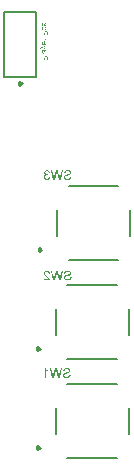
<source format=gbo>
G04*
G04 #@! TF.GenerationSoftware,Altium Limited,Altium Designer,23.2.1 (34)*
G04*
G04 Layer_Color=32896*
%FSLAX25Y25*%
%MOIN*%
G70*
G04*
G04 #@! TF.SameCoordinates,08813931-105C-4D26-8E83-7783437ACDD9*
G04*
G04*
G04 #@! TF.FilePolarity,Positive*
G04*
G01*
G75*
%ADD10C,0.00984*%
%ADD15C,0.00787*%
G36*
X20590Y178103D02*
X20715Y178080D01*
X20821Y178043D01*
X20914Y178006D01*
X20955Y177983D01*
X20988Y177964D01*
X21020Y177946D01*
X21043Y177928D01*
X21062Y177914D01*
X21076Y177904D01*
X21085Y177900D01*
X21089Y177895D01*
X21177Y177807D01*
X21247Y177710D01*
X21302Y177609D01*
X21348Y177507D01*
X21376Y177419D01*
X21390Y177382D01*
X21399Y177350D01*
X21404Y177322D01*
X21408Y177304D01*
X21413Y177290D01*
Y177285D01*
X21020Y177216D01*
X21002Y177318D01*
X20974Y177406D01*
X20942Y177479D01*
X20909Y177540D01*
X20877Y177586D01*
X20849Y177618D01*
X20831Y177641D01*
X20826Y177646D01*
X20766Y177692D01*
X20701Y177729D01*
X20641Y177752D01*
X20581Y177770D01*
X20526Y177780D01*
X20484Y177789D01*
X20447D01*
X20364Y177784D01*
X20290Y177766D01*
X20225Y177743D01*
X20170Y177720D01*
X20128Y177692D01*
X20096Y177669D01*
X20073Y177650D01*
X20068Y177646D01*
X20018Y177590D01*
X19981Y177530D01*
X19958Y177470D01*
X19939Y177415D01*
X19930Y177364D01*
X19920Y177327D01*
Y177299D01*
Y177295D01*
Y177290D01*
Y177239D01*
X19930Y177193D01*
X19953Y177114D01*
X19985Y177045D01*
X20022Y176985D01*
X20059Y176944D01*
X20091Y176911D01*
X20115Y176893D01*
X20119Y176888D01*
X20124D01*
X20202Y176847D01*
X20276Y176814D01*
X20355Y176791D01*
X20424Y176777D01*
X20484Y176768D01*
X20535Y176759D01*
X20595D01*
X20614Y176763D01*
X20637D01*
X20683Y176417D01*
X20623Y176431D01*
X20567Y176440D01*
X20521Y176449D01*
X20480Y176454D01*
X20447Y176458D01*
X20406D01*
X20309Y176449D01*
X20221Y176431D01*
X20142Y176403D01*
X20078Y176371D01*
X20027Y176338D01*
X19990Y176311D01*
X19967Y176292D01*
X19958Y176283D01*
X19897Y176214D01*
X19851Y176140D01*
X19819Y176066D01*
X19800Y175992D01*
X19787Y175932D01*
X19782Y175881D01*
X19777Y175862D01*
Y175849D01*
Y175839D01*
Y175835D01*
X19787Y175733D01*
X19810Y175641D01*
X19837Y175562D01*
X19874Y175493D01*
X19911Y175437D01*
X19939Y175396D01*
X19962Y175368D01*
X19971Y175359D01*
X20045Y175294D01*
X20124Y175248D01*
X20202Y175216D01*
X20276Y175192D01*
X20341Y175179D01*
X20392Y175174D01*
X20410Y175169D01*
X20438D01*
X20521Y175174D01*
X20600Y175192D01*
X20669Y175216D01*
X20724Y175243D01*
X20771Y175267D01*
X20808Y175290D01*
X20826Y175308D01*
X20835Y175313D01*
X20891Y175377D01*
X20937Y175451D01*
X20978Y175530D01*
X21011Y175613D01*
X21034Y175682D01*
X21043Y175715D01*
X21048Y175742D01*
X21052Y175765D01*
X21057Y175784D01*
X21062Y175793D01*
Y175798D01*
X21454Y175747D01*
X21445Y175673D01*
X21431Y175604D01*
X21390Y175474D01*
X21339Y175364D01*
X21311Y175317D01*
X21283Y175271D01*
X21256Y175230D01*
X21228Y175197D01*
X21205Y175165D01*
X21182Y175142D01*
X21168Y175123D01*
X21154Y175109D01*
X21145Y175100D01*
X21140Y175095D01*
X21085Y175054D01*
X21029Y175012D01*
X20974Y174980D01*
X20914Y174952D01*
X20798Y174906D01*
X20687Y174878D01*
X20637Y174869D01*
X20590Y174860D01*
X20549Y174855D01*
X20512Y174851D01*
X20484Y174846D01*
X20443D01*
X20355Y174851D01*
X20276Y174860D01*
X20198Y174874D01*
X20124Y174892D01*
X20054Y174915D01*
X19995Y174938D01*
X19934Y174966D01*
X19884Y174994D01*
X19833Y175017D01*
X19791Y175045D01*
X19754Y175068D01*
X19726Y175091D01*
X19703Y175109D01*
X19685Y175123D01*
X19676Y175133D01*
X19671Y175137D01*
X19616Y175192D01*
X19569Y175253D01*
X19528Y175313D01*
X19491Y175373D01*
X19463Y175428D01*
X19435Y175488D01*
X19399Y175599D01*
X19389Y175650D01*
X19380Y175696D01*
X19371Y175738D01*
X19366Y175775D01*
X19362Y175802D01*
Y175826D01*
Y175839D01*
Y175844D01*
X19366Y175955D01*
X19385Y176057D01*
X19412Y176144D01*
X19440Y176218D01*
X19468Y176278D01*
X19496Y176324D01*
X19514Y176352D01*
X19519Y176361D01*
X19583Y176431D01*
X19653Y176491D01*
X19726Y176537D01*
X19800Y176574D01*
X19865Y176602D01*
X19916Y176620D01*
X19934Y176625D01*
X19948Y176629D01*
X19958Y176634D01*
X19962D01*
X19884Y176676D01*
X19819Y176717D01*
X19763Y176763D01*
X19717Y176805D01*
X19680Y176842D01*
X19653Y176874D01*
X19639Y176893D01*
X19634Y176902D01*
X19597Y176967D01*
X19569Y177031D01*
X19546Y177096D01*
X19533Y177156D01*
X19523Y177207D01*
X19519Y177244D01*
Y177271D01*
Y177281D01*
X19523Y177359D01*
X19537Y177438D01*
X19556Y177507D01*
X19579Y177567D01*
X19602Y177618D01*
X19620Y177660D01*
X19634Y177683D01*
X19639Y177692D01*
X19685Y177761D01*
X19740Y177821D01*
X19796Y177872D01*
X19851Y177918D01*
X19897Y177951D01*
X19939Y177978D01*
X19967Y177992D01*
X19971Y177997D01*
X19976D01*
X20059Y178034D01*
X20142Y178062D01*
X20225Y178085D01*
X20299Y178098D01*
X20359Y178108D01*
X20410Y178112D01*
X20526D01*
X20590Y178103D01*
D02*
G37*
G36*
X24975Y174901D02*
X24531D01*
X23857Y177336D01*
X23838Y177396D01*
X23824Y177461D01*
X23806Y177526D01*
X23792Y177581D01*
X23778Y177632D01*
X23769Y177673D01*
X23764Y177701D01*
X23760Y177706D01*
Y177710D01*
X23755Y177697D01*
X23751Y177673D01*
X23737Y177623D01*
X23718Y177563D01*
X23700Y177498D01*
X23686Y177438D01*
X23672Y177387D01*
X23667Y177364D01*
X23663Y177350D01*
X23658Y177341D01*
Y177336D01*
X22988Y174901D01*
X22572D01*
X21695Y178098D01*
X22124D01*
X22623Y176043D01*
X22660Y175899D01*
X22688Y175770D01*
X22716Y175650D01*
X22739Y175548D01*
X22753Y175502D01*
X22757Y175461D01*
X22767Y175428D01*
X22771Y175400D01*
X22780Y175377D01*
Y175359D01*
X22785Y175350D01*
Y175345D01*
X22817Y175548D01*
X22859Y175747D01*
X22900Y175936D01*
X22919Y176024D01*
X22942Y176112D01*
X22961Y176190D01*
X22979Y176260D01*
X22998Y176320D01*
X23011Y176375D01*
X23021Y176417D01*
X23030Y176449D01*
X23039Y176472D01*
Y176477D01*
X23492Y178098D01*
X24005D01*
X24610Y175936D01*
X24614Y175918D01*
X24624Y175890D01*
X24633Y175853D01*
X24642Y175812D01*
X24656Y175765D01*
X24665Y175715D01*
X24693Y175613D01*
X24716Y175511D01*
X24730Y175465D01*
X24739Y175428D01*
X24744Y175391D01*
X24753Y175368D01*
X24758Y175350D01*
Y175345D01*
X24781Y175465D01*
X24804Y175585D01*
X24827Y175696D01*
X24850Y175793D01*
X24859Y175839D01*
X24869Y175881D01*
X24878Y175913D01*
X24882Y175946D01*
X24887Y175969D01*
X24892Y175987D01*
X24896Y175996D01*
Y176001D01*
X25372Y178098D01*
X25811D01*
X24975Y174901D01*
D02*
G37*
G36*
X27516Y178149D02*
X27622Y178136D01*
X27724Y178117D01*
X27812Y178098D01*
X27881Y178080D01*
X27913Y178071D01*
X27936Y178062D01*
X27955Y178052D01*
X27969Y178048D01*
X27978Y178043D01*
X27982D01*
X28075Y177997D01*
X28158Y177946D01*
X28227Y177891D01*
X28283Y177840D01*
X28324Y177794D01*
X28357Y177757D01*
X28380Y177729D01*
X28384Y177724D01*
Y177720D01*
X28431Y177641D01*
X28463Y177563D01*
X28486Y177484D01*
X28500Y177415D01*
X28509Y177355D01*
X28518Y177308D01*
Y177290D01*
Y177276D01*
Y177271D01*
Y177267D01*
X28514Y177188D01*
X28500Y177114D01*
X28481Y177045D01*
X28463Y176985D01*
X28444Y176939D01*
X28426Y176902D01*
X28412Y176879D01*
X28407Y176870D01*
X28361Y176805D01*
X28306Y176745D01*
X28250Y176694D01*
X28195Y176653D01*
X28149Y176616D01*
X28107Y176592D01*
X28080Y176574D01*
X28075Y176569D01*
X28070D01*
X28033Y176551D01*
X27992Y176532D01*
X27899Y176500D01*
X27793Y176468D01*
X27691Y176435D01*
X27599Y176408D01*
X27557Y176398D01*
X27520Y176389D01*
X27493Y176380D01*
X27470Y176375D01*
X27456Y176371D01*
X27451D01*
X27373Y176352D01*
X27299Y176334D01*
X27234Y176315D01*
X27179Y176301D01*
X27123Y176287D01*
X27077Y176274D01*
X27035Y176264D01*
X27003Y176251D01*
X26971Y176241D01*
X26948Y176237D01*
X26911Y176223D01*
X26888Y176218D01*
X26883Y176214D01*
X26814Y176186D01*
X26754Y176154D01*
X26703Y176121D01*
X26666Y176093D01*
X26633Y176066D01*
X26615Y176047D01*
X26601Y176033D01*
X26596Y176029D01*
X26564Y175987D01*
X26541Y175941D01*
X26527Y175895D01*
X26513Y175858D01*
X26509Y175821D01*
X26504Y175793D01*
Y175770D01*
Y175765D01*
X26509Y175710D01*
X26518Y175659D01*
X26532Y175613D01*
X26550Y175576D01*
X26569Y175539D01*
X26583Y175516D01*
X26592Y175497D01*
X26596Y175493D01*
X26633Y175447D01*
X26680Y175410D01*
X26726Y175377D01*
X26767Y175345D01*
X26809Y175327D01*
X26841Y175308D01*
X26864Y175299D01*
X26874Y175294D01*
X26943Y175271D01*
X27017Y175253D01*
X27091Y175243D01*
X27156Y175234D01*
X27211Y175230D01*
X27257Y175225D01*
X27299D01*
X27400Y175230D01*
X27493Y175239D01*
X27576Y175253D01*
X27650Y175271D01*
X27710Y175290D01*
X27756Y175303D01*
X27770Y175308D01*
X27784Y175313D01*
X27788Y175317D01*
X27793D01*
X27867Y175354D01*
X27936Y175396D01*
X27987Y175437D01*
X28033Y175479D01*
X28070Y175511D01*
X28093Y175544D01*
X28107Y175562D01*
X28112Y175567D01*
X28144Y175627D01*
X28177Y175691D01*
X28195Y175761D01*
X28213Y175821D01*
X28227Y175881D01*
X28236Y175923D01*
Y175941D01*
X28241Y175955D01*
Y175960D01*
Y175964D01*
X28638Y175927D01*
X28629Y175812D01*
X28611Y175701D01*
X28583Y175604D01*
X28551Y175516D01*
X28518Y175447D01*
X28504Y175419D01*
X28495Y175396D01*
X28481Y175377D01*
X28477Y175364D01*
X28468Y175354D01*
Y175350D01*
X28398Y175262D01*
X28324Y175183D01*
X28246Y175119D01*
X28172Y175063D01*
X28107Y175022D01*
X28052Y174994D01*
X28033Y174985D01*
X28019Y174975D01*
X28010Y174971D01*
X28005D01*
X27890Y174929D01*
X27770Y174897D01*
X27650Y174878D01*
X27534Y174860D01*
X27479Y174855D01*
X27433Y174851D01*
X27391D01*
X27354Y174846D01*
X27280D01*
X27156Y174851D01*
X27040Y174864D01*
X26934Y174888D01*
X26846Y174911D01*
X26772Y174929D01*
X26740Y174943D01*
X26712Y174952D01*
X26693Y174961D01*
X26680Y174966D01*
X26670Y174971D01*
X26666D01*
X26569Y175022D01*
X26486Y175077D01*
X26412Y175137D01*
X26352Y175192D01*
X26305Y175239D01*
X26273Y175280D01*
X26250Y175308D01*
X26245Y175313D01*
Y175317D01*
X26195Y175405D01*
X26158Y175488D01*
X26134Y175567D01*
X26116Y175641D01*
X26107Y175705D01*
X26098Y175756D01*
Y175775D01*
Y175788D01*
Y175793D01*
Y175798D01*
X26102Y175890D01*
X26116Y175978D01*
X26139Y176057D01*
X26162Y176121D01*
X26190Y176177D01*
X26208Y176218D01*
X26227Y176241D01*
X26232Y176251D01*
X26287Y176320D01*
X26352Y176384D01*
X26421Y176440D01*
X26490Y176491D01*
X26550Y176528D01*
X26601Y176555D01*
X26619Y176565D01*
X26633Y176574D01*
X26643Y176578D01*
X26647D01*
X26684Y176597D01*
X26730Y176611D01*
X26781Y176629D01*
X26837Y176648D01*
X26952Y176680D01*
X27072Y176713D01*
X27128Y176726D01*
X27179Y176740D01*
X27229Y176754D01*
X27271Y176763D01*
X27303Y176773D01*
X27331Y176777D01*
X27349Y176782D01*
X27354D01*
X27446Y176805D01*
X27530Y176823D01*
X27604Y176847D01*
X27668Y176865D01*
X27728Y176888D01*
X27779Y176907D01*
X27825Y176925D01*
X27867Y176939D01*
X27899Y176957D01*
X27927Y176971D01*
X27946Y176980D01*
X27964Y176994D01*
X27987Y177008D01*
X27992Y177013D01*
X28033Y177059D01*
X28061Y177105D01*
X28084Y177151D01*
X28098Y177198D01*
X28107Y177235D01*
X28112Y177267D01*
Y177285D01*
Y177295D01*
X28103Y177369D01*
X28084Y177433D01*
X28056Y177489D01*
X28024Y177540D01*
X27996Y177576D01*
X27969Y177609D01*
X27950Y177627D01*
X27941Y177632D01*
X27904Y177655D01*
X27867Y177678D01*
X27779Y177715D01*
X27687Y177738D01*
X27594Y177757D01*
X27511Y177766D01*
X27474Y177770D01*
X27446Y177775D01*
X27382D01*
X27253Y177770D01*
X27137Y177752D01*
X27045Y177724D01*
X26966Y177697D01*
X26906Y177669D01*
X26860Y177641D01*
X26837Y177623D01*
X26827Y177618D01*
X26763Y177553D01*
X26712Y177484D01*
X26670Y177410D01*
X26643Y177336D01*
X26624Y177267D01*
X26610Y177216D01*
X26606Y177193D01*
X26601Y177179D01*
Y177170D01*
Y177165D01*
X26195Y177198D01*
X26204Y177299D01*
X26227Y177392D01*
X26250Y177479D01*
X26282Y177553D01*
X26310Y177613D01*
X26333Y177660D01*
X26342Y177673D01*
X26352Y177687D01*
X26356Y177692D01*
Y177697D01*
X26416Y177775D01*
X26481Y177844D01*
X26550Y177904D01*
X26619Y177951D01*
X26680Y177992D01*
X26726Y178015D01*
X26744Y178025D01*
X26758Y178034D01*
X26767Y178039D01*
X26772D01*
X26874Y178075D01*
X26985Y178103D01*
X27086Y178126D01*
X27183Y178140D01*
X27271Y178149D01*
X27303D01*
X27336Y178154D01*
X27396D01*
X27516Y178149D01*
D02*
G37*
G36*
X20468Y144608D02*
X20547Y144603D01*
X20620Y144589D01*
X20690Y144575D01*
X20754Y144557D01*
X20814Y144538D01*
X20870Y144515D01*
X20921Y144492D01*
X20967Y144469D01*
X21004Y144446D01*
X21036Y144428D01*
X21064Y144409D01*
X21087Y144395D01*
X21101Y144381D01*
X21110Y144377D01*
X21115Y144372D01*
X21161Y144326D01*
X21203Y144275D01*
X21244Y144220D01*
X21276Y144164D01*
X21332Y144053D01*
X21369Y143942D01*
X21383Y143892D01*
X21397Y143841D01*
X21406Y143799D01*
X21415Y143762D01*
X21420Y143730D01*
Y143707D01*
X21424Y143693D01*
Y143688D01*
X21022Y143647D01*
X21013Y143753D01*
X20995Y143845D01*
X20967Y143929D01*
X20935Y143993D01*
X20907Y144049D01*
X20879Y144086D01*
X20861Y144109D01*
X20852Y144118D01*
X20782Y144174D01*
X20708Y144215D01*
X20630Y144247D01*
X20560Y144266D01*
X20496Y144280D01*
X20440Y144284D01*
X20422Y144289D01*
X20394D01*
X20297Y144284D01*
X20209Y144266D01*
X20135Y144238D01*
X20071Y144210D01*
X20020Y144178D01*
X19987Y144155D01*
X19964Y144137D01*
X19955Y144127D01*
X19900Y144063D01*
X19858Y143998D01*
X19826Y143933D01*
X19807Y143869D01*
X19794Y143818D01*
X19789Y143772D01*
X19784Y143744D01*
Y143739D01*
Y143735D01*
X19794Y143651D01*
X19812Y143564D01*
X19844Y143485D01*
X19877Y143411D01*
X19914Y143351D01*
X19946Y143300D01*
X19955Y143282D01*
X19964Y143268D01*
X19974Y143263D01*
Y143259D01*
X20011Y143208D01*
X20057Y143157D01*
X20108Y143102D01*
X20163Y143046D01*
X20279Y142935D01*
X20394Y142824D01*
X20454Y142774D01*
X20505Y142727D01*
X20556Y142686D01*
X20597Y142649D01*
X20630Y142621D01*
X20657Y142598D01*
X20676Y142584D01*
X20681Y142580D01*
X20796Y142483D01*
X20902Y142390D01*
X20990Y142307D01*
X21059Y142238D01*
X21119Y142178D01*
X21161Y142136D01*
X21184Y142108D01*
X21193Y142104D01*
Y142099D01*
X21258Y142021D01*
X21309Y141947D01*
X21355Y141873D01*
X21392Y141808D01*
X21420Y141753D01*
X21438Y141711D01*
X21448Y141683D01*
X21452Y141679D01*
Y141674D01*
X21471Y141623D01*
X21480Y141577D01*
X21489Y141531D01*
X21494Y141489D01*
X21498Y141452D01*
Y141425D01*
Y141406D01*
Y141402D01*
X19378D01*
Y141780D01*
X20953D01*
X20898Y141859D01*
X20870Y141891D01*
X20847Y141923D01*
X20824Y141951D01*
X20805Y141970D01*
X20791Y141984D01*
X20787Y141988D01*
X20764Y142011D01*
X20736Y142034D01*
X20671Y142095D01*
X20597Y142164D01*
X20519Y142233D01*
X20445Y142293D01*
X20413Y142321D01*
X20385Y142349D01*
X20362Y142367D01*
X20343Y142381D01*
X20334Y142390D01*
X20329Y142395D01*
X20256Y142459D01*
X20182Y142519D01*
X20117Y142580D01*
X20057Y142630D01*
X20001Y142681D01*
X19955Y142727D01*
X19909Y142769D01*
X19872Y142806D01*
X19835Y142843D01*
X19807Y142871D01*
X19784Y142894D01*
X19761Y142917D01*
X19738Y142945D01*
X19729Y142954D01*
X19664Y143032D01*
X19609Y143102D01*
X19563Y143171D01*
X19525Y143226D01*
X19498Y143277D01*
X19479Y143314D01*
X19470Y143337D01*
X19466Y143347D01*
X19438Y143416D01*
X19419Y143485D01*
X19401Y143550D01*
X19392Y143605D01*
X19387Y143656D01*
X19382Y143693D01*
Y143716D01*
Y143725D01*
X19387Y143795D01*
X19396Y143859D01*
X19405Y143924D01*
X19424Y143979D01*
X19470Y144090D01*
X19516Y144178D01*
X19544Y144220D01*
X19567Y144252D01*
X19590Y144284D01*
X19613Y144307D01*
X19632Y144326D01*
X19641Y144344D01*
X19650Y144349D01*
X19655Y144354D01*
X19706Y144400D01*
X19761Y144441D01*
X19821Y144474D01*
X19881Y144501D01*
X20001Y144548D01*
X20121Y144580D01*
X20172Y144589D01*
X20223Y144598D01*
X20269Y144603D01*
X20306Y144608D01*
X20339Y144612D01*
X20385D01*
X20468Y144608D01*
D02*
G37*
G36*
X24959Y141402D02*
X24515D01*
X23841Y143836D01*
X23822Y143896D01*
X23808Y143961D01*
X23790Y144026D01*
X23776Y144081D01*
X23762Y144132D01*
X23753Y144174D01*
X23748Y144201D01*
X23744Y144206D01*
Y144210D01*
X23739Y144197D01*
X23734Y144174D01*
X23720Y144123D01*
X23702Y144063D01*
X23684Y143998D01*
X23670Y143938D01*
X23656Y143887D01*
X23651Y143864D01*
X23647Y143850D01*
X23642Y143841D01*
Y143836D01*
X22972Y141402D01*
X22556D01*
X21678Y144598D01*
X22108D01*
X22607Y142543D01*
X22644Y142399D01*
X22672Y142270D01*
X22700Y142150D01*
X22723Y142048D01*
X22736Y142002D01*
X22741Y141961D01*
X22750Y141928D01*
X22755Y141900D01*
X22764Y141877D01*
Y141859D01*
X22769Y141850D01*
Y141845D01*
X22801Y142048D01*
X22843Y142247D01*
X22884Y142436D01*
X22903Y142524D01*
X22926Y142612D01*
X22944Y142691D01*
X22963Y142760D01*
X22981Y142820D01*
X22995Y142875D01*
X23004Y142917D01*
X23014Y142949D01*
X23023Y142972D01*
Y142977D01*
X23476Y144598D01*
X23989D01*
X24594Y142436D01*
X24598Y142418D01*
X24608Y142390D01*
X24617Y142353D01*
X24626Y142312D01*
X24640Y142265D01*
X24649Y142215D01*
X24677Y142113D01*
X24700Y142011D01*
X24714Y141965D01*
X24723Y141928D01*
X24728Y141891D01*
X24737Y141868D01*
X24742Y141850D01*
Y141845D01*
X24765Y141965D01*
X24788Y142085D01*
X24811Y142196D01*
X24834Y142293D01*
X24843Y142339D01*
X24852Y142381D01*
X24862Y142413D01*
X24866Y142446D01*
X24871Y142469D01*
X24875Y142487D01*
X24880Y142496D01*
Y142501D01*
X25356Y144598D01*
X25795D01*
X24959Y141402D01*
D02*
G37*
G36*
X27500Y144649D02*
X27606Y144635D01*
X27707Y144617D01*
X27795Y144598D01*
X27865Y144580D01*
X27897Y144571D01*
X27920Y144562D01*
X27939Y144552D01*
X27952Y144548D01*
X27962Y144543D01*
X27966D01*
X28059Y144497D01*
X28142Y144446D01*
X28211Y144391D01*
X28267Y144340D01*
X28308Y144294D01*
X28341Y144257D01*
X28364Y144229D01*
X28368Y144224D01*
Y144220D01*
X28414Y144141D01*
X28447Y144063D01*
X28470Y143984D01*
X28484Y143915D01*
X28493Y143855D01*
X28502Y143808D01*
Y143790D01*
Y143776D01*
Y143772D01*
Y143767D01*
X28498Y143688D01*
X28484Y143614D01*
X28465Y143545D01*
X28447Y143485D01*
X28428Y143439D01*
X28410Y143402D01*
X28396Y143379D01*
X28391Y143370D01*
X28345Y143305D01*
X28290Y143245D01*
X28234Y143194D01*
X28179Y143152D01*
X28133Y143115D01*
X28091Y143092D01*
X28063Y143074D01*
X28059Y143069D01*
X28054D01*
X28017Y143051D01*
X27975Y143032D01*
X27883Y143000D01*
X27777Y142968D01*
X27675Y142935D01*
X27583Y142908D01*
X27541Y142898D01*
X27504Y142889D01*
X27477Y142880D01*
X27453Y142875D01*
X27440Y142871D01*
X27435D01*
X27356Y142852D01*
X27283Y142834D01*
X27218Y142815D01*
X27162Y142801D01*
X27107Y142788D01*
X27061Y142774D01*
X27019Y142764D01*
X26987Y142751D01*
X26954Y142741D01*
X26931Y142737D01*
X26894Y142723D01*
X26871Y142718D01*
X26867Y142714D01*
X26797Y142686D01*
X26737Y142654D01*
X26686Y142621D01*
X26650Y142593D01*
X26617Y142566D01*
X26599Y142547D01*
X26585Y142533D01*
X26580Y142529D01*
X26548Y142487D01*
X26525Y142441D01*
X26511Y142395D01*
X26497Y142358D01*
X26493Y142321D01*
X26488Y142293D01*
Y142270D01*
Y142265D01*
X26493Y142210D01*
X26502Y142159D01*
X26516Y142113D01*
X26534Y142076D01*
X26553Y142039D01*
X26566Y142016D01*
X26576Y141998D01*
X26580Y141993D01*
X26617Y141947D01*
X26663Y141910D01*
X26710Y141877D01*
X26751Y141845D01*
X26793Y141826D01*
X26825Y141808D01*
X26848Y141799D01*
X26858Y141794D01*
X26927Y141771D01*
X27001Y141753D01*
X27075Y141743D01*
X27139Y141734D01*
X27195Y141729D01*
X27241Y141725D01*
X27283D01*
X27384Y141729D01*
X27477Y141739D01*
X27560Y141753D01*
X27634Y141771D01*
X27694Y141790D01*
X27740Y141803D01*
X27754Y141808D01*
X27768Y141813D01*
X27772Y141817D01*
X27777D01*
X27851Y141854D01*
X27920Y141896D01*
X27971Y141937D01*
X28017Y141979D01*
X28054Y142011D01*
X28077Y142044D01*
X28091Y142062D01*
X28096Y142067D01*
X28128Y142127D01*
X28160Y142192D01*
X28179Y142261D01*
X28197Y142321D01*
X28211Y142381D01*
X28220Y142422D01*
Y142441D01*
X28225Y142455D01*
Y142459D01*
Y142464D01*
X28622Y142427D01*
X28613Y142312D01*
X28595Y142201D01*
X28567Y142104D01*
X28534Y142016D01*
X28502Y141947D01*
X28488Y141919D01*
X28479Y141896D01*
X28465Y141877D01*
X28461Y141864D01*
X28451Y141854D01*
Y141850D01*
X28382Y141762D01*
X28308Y141683D01*
X28230Y141619D01*
X28156Y141563D01*
X28091Y141522D01*
X28036Y141494D01*
X28017Y141485D01*
X28003Y141475D01*
X27994Y141471D01*
X27989D01*
X27874Y141429D01*
X27754Y141397D01*
X27634Y141378D01*
X27518Y141360D01*
X27463Y141355D01*
X27417Y141351D01*
X27375D01*
X27338Y141346D01*
X27264D01*
X27139Y141351D01*
X27024Y141365D01*
X26917Y141388D01*
X26830Y141411D01*
X26756Y141429D01*
X26724Y141443D01*
X26696Y141452D01*
X26677Y141462D01*
X26663Y141466D01*
X26654Y141471D01*
X26650D01*
X26553Y141522D01*
X26469Y141577D01*
X26395Y141637D01*
X26335Y141692D01*
X26289Y141739D01*
X26257Y141780D01*
X26234Y141808D01*
X26229Y141813D01*
Y141817D01*
X26178Y141905D01*
X26141Y141988D01*
X26118Y142067D01*
X26100Y142141D01*
X26091Y142205D01*
X26081Y142256D01*
Y142275D01*
Y142288D01*
Y142293D01*
Y142298D01*
X26086Y142390D01*
X26100Y142478D01*
X26123Y142557D01*
X26146Y142621D01*
X26174Y142677D01*
X26192Y142718D01*
X26211Y142741D01*
X26215Y142751D01*
X26271Y142820D01*
X26335Y142885D01*
X26405Y142940D01*
X26474Y142991D01*
X26534Y143028D01*
X26585Y143055D01*
X26603Y143065D01*
X26617Y143074D01*
X26627Y143078D01*
X26631D01*
X26668Y143097D01*
X26714Y143111D01*
X26765Y143129D01*
X26820Y143148D01*
X26936Y143180D01*
X27056Y143212D01*
X27112Y143226D01*
X27162Y143240D01*
X27213Y143254D01*
X27255Y143263D01*
X27287Y143273D01*
X27315Y143277D01*
X27333Y143282D01*
X27338D01*
X27430Y143305D01*
X27514Y143323D01*
X27587Y143347D01*
X27652Y143365D01*
X27712Y143388D01*
X27763Y143407D01*
X27809Y143425D01*
X27851Y143439D01*
X27883Y143457D01*
X27911Y143471D01*
X27929Y143481D01*
X27948Y143494D01*
X27971Y143508D01*
X27975Y143513D01*
X28017Y143559D01*
X28045Y143605D01*
X28068Y143651D01*
X28082Y143698D01*
X28091Y143735D01*
X28096Y143767D01*
Y143785D01*
Y143795D01*
X28086Y143869D01*
X28068Y143933D01*
X28040Y143989D01*
X28008Y144039D01*
X27980Y144077D01*
X27952Y144109D01*
X27934Y144127D01*
X27925Y144132D01*
X27888Y144155D01*
X27851Y144178D01*
X27763Y144215D01*
X27671Y144238D01*
X27578Y144257D01*
X27495Y144266D01*
X27458Y144271D01*
X27430Y144275D01*
X27366D01*
X27236Y144271D01*
X27121Y144252D01*
X27028Y144224D01*
X26950Y144197D01*
X26890Y144169D01*
X26844Y144141D01*
X26820Y144123D01*
X26811Y144118D01*
X26747Y144053D01*
X26696Y143984D01*
X26654Y143910D01*
X26627Y143836D01*
X26608Y143767D01*
X26594Y143716D01*
X26590Y143693D01*
X26585Y143679D01*
Y143670D01*
Y143665D01*
X26178Y143698D01*
X26188Y143799D01*
X26211Y143892D01*
X26234Y143979D01*
X26266Y144053D01*
X26294Y144113D01*
X26317Y144160D01*
X26326Y144174D01*
X26335Y144187D01*
X26340Y144192D01*
Y144197D01*
X26400Y144275D01*
X26465Y144344D01*
X26534Y144404D01*
X26603Y144451D01*
X26663Y144492D01*
X26710Y144515D01*
X26728Y144525D01*
X26742Y144534D01*
X26751Y144538D01*
X26756D01*
X26858Y144575D01*
X26968Y144603D01*
X27070Y144626D01*
X27167Y144640D01*
X27255Y144649D01*
X27287D01*
X27319Y144654D01*
X27380D01*
X27500Y144649D01*
D02*
G37*
G36*
X19971Y112034D02*
X20022Y111960D01*
X20082Y111886D01*
X20138Y111821D01*
X20193Y111766D01*
X20235Y111720D01*
X20253Y111706D01*
X20267Y111692D01*
X20272Y111687D01*
X20276Y111683D01*
X20373Y111604D01*
X20470Y111530D01*
X20563Y111466D01*
X20655Y111415D01*
X20734Y111369D01*
X20766Y111350D01*
X20794Y111336D01*
X20817Y111322D01*
X20835Y111318D01*
X20844Y111309D01*
X20849D01*
Y110930D01*
X20780Y110957D01*
X20711Y110990D01*
X20641Y111022D01*
X20577Y111054D01*
X20521Y111082D01*
X20475Y111105D01*
X20447Y111124D01*
X20443Y111128D01*
X20438D01*
X20355Y111179D01*
X20281Y111230D01*
X20216Y111276D01*
X20165Y111318D01*
X20119Y111350D01*
X20091Y111378D01*
X20068Y111396D01*
X20064Y111401D01*
Y108902D01*
X19671D01*
Y112112D01*
X19925D01*
X19971Y112034D01*
D02*
G37*
G36*
X24665Y108902D02*
X24222D01*
X23547Y111336D01*
X23529Y111396D01*
X23515Y111461D01*
X23496Y111526D01*
X23483Y111581D01*
X23469Y111632D01*
X23460Y111673D01*
X23455Y111701D01*
X23450Y111706D01*
Y111710D01*
X23446Y111697D01*
X23441Y111673D01*
X23427Y111623D01*
X23409Y111563D01*
X23390Y111498D01*
X23376Y111438D01*
X23362Y111387D01*
X23358Y111364D01*
X23353Y111350D01*
X23349Y111341D01*
Y111336D01*
X22679Y108902D01*
X22263D01*
X21385Y112099D01*
X21815D01*
X22314Y110043D01*
X22351Y109899D01*
X22378Y109770D01*
X22406Y109650D01*
X22429Y109548D01*
X22443Y109502D01*
X22448Y109460D01*
X22457Y109428D01*
X22461Y109400D01*
X22471Y109377D01*
Y109359D01*
X22475Y109350D01*
Y109345D01*
X22508Y109548D01*
X22549Y109747D01*
X22591Y109936D01*
X22609Y110024D01*
X22633Y110112D01*
X22651Y110190D01*
X22669Y110260D01*
X22688Y110320D01*
X22702Y110375D01*
X22711Y110417D01*
X22720Y110449D01*
X22729Y110472D01*
Y110477D01*
X23182Y112099D01*
X23695D01*
X24300Y109936D01*
X24305Y109918D01*
X24314Y109890D01*
X24323Y109853D01*
X24333Y109812D01*
X24347Y109765D01*
X24356Y109715D01*
X24384Y109613D01*
X24407Y109511D01*
X24420Y109465D01*
X24430Y109428D01*
X24434Y109391D01*
X24443Y109368D01*
X24448Y109350D01*
Y109345D01*
X24471Y109465D01*
X24494Y109585D01*
X24517Y109696D01*
X24541Y109793D01*
X24550Y109839D01*
X24559Y109881D01*
X24568Y109913D01*
X24573Y109946D01*
X24577Y109969D01*
X24582Y109987D01*
X24587Y109996D01*
Y110001D01*
X25063Y112099D01*
X25501D01*
X24665Y108902D01*
D02*
G37*
G36*
X27206Y112149D02*
X27312Y112136D01*
X27414Y112117D01*
X27502Y112099D01*
X27571Y112080D01*
X27604Y112071D01*
X27627Y112062D01*
X27645Y112052D01*
X27659Y112048D01*
X27668Y112043D01*
X27673D01*
X27765Y111997D01*
X27849Y111946D01*
X27918Y111891D01*
X27973Y111840D01*
X28015Y111794D01*
X28047Y111757D01*
X28070Y111729D01*
X28075Y111724D01*
Y111720D01*
X28121Y111641D01*
X28153Y111563D01*
X28177Y111484D01*
X28190Y111415D01*
X28200Y111355D01*
X28209Y111309D01*
Y111290D01*
Y111276D01*
Y111272D01*
Y111267D01*
X28204Y111188D01*
X28190Y111115D01*
X28172Y111045D01*
X28153Y110985D01*
X28135Y110939D01*
X28116Y110902D01*
X28103Y110879D01*
X28098Y110870D01*
X28052Y110805D01*
X27996Y110745D01*
X27941Y110694D01*
X27885Y110652D01*
X27839Y110616D01*
X27798Y110592D01*
X27770Y110574D01*
X27765Y110569D01*
X27761D01*
X27724Y110551D01*
X27682Y110532D01*
X27590Y110500D01*
X27483Y110468D01*
X27382Y110435D01*
X27289Y110408D01*
X27248Y110398D01*
X27211Y110389D01*
X27183Y110380D01*
X27160Y110375D01*
X27146Y110371D01*
X27142D01*
X27063Y110352D01*
X26989Y110334D01*
X26924Y110315D01*
X26869Y110301D01*
X26814Y110287D01*
X26767Y110274D01*
X26726Y110264D01*
X26693Y110250D01*
X26661Y110241D01*
X26638Y110237D01*
X26601Y110223D01*
X26578Y110218D01*
X26573Y110214D01*
X26504Y110186D01*
X26444Y110153D01*
X26393Y110121D01*
X26356Y110093D01*
X26324Y110066D01*
X26305Y110047D01*
X26291Y110033D01*
X26287Y110029D01*
X26255Y109987D01*
X26232Y109941D01*
X26218Y109895D01*
X26204Y109858D01*
X26199Y109821D01*
X26195Y109793D01*
Y109770D01*
Y109765D01*
X26199Y109710D01*
X26208Y109659D01*
X26222Y109613D01*
X26241Y109576D01*
X26259Y109539D01*
X26273Y109516D01*
X26282Y109497D01*
X26287Y109493D01*
X26324Y109447D01*
X26370Y109410D01*
X26416Y109377D01*
X26458Y109345D01*
X26499Y109327D01*
X26532Y109308D01*
X26555Y109299D01*
X26564Y109294D01*
X26633Y109271D01*
X26707Y109253D01*
X26781Y109243D01*
X26846Y109234D01*
X26901Y109230D01*
X26948Y109225D01*
X26989D01*
X27091Y109230D01*
X27183Y109239D01*
X27266Y109253D01*
X27340Y109271D01*
X27400Y109290D01*
X27446Y109303D01*
X27460Y109308D01*
X27474Y109313D01*
X27479Y109317D01*
X27483D01*
X27557Y109354D01*
X27627Y109396D01*
X27678Y109437D01*
X27724Y109479D01*
X27761Y109511D01*
X27784Y109544D01*
X27798Y109562D01*
X27802Y109567D01*
X27835Y109627D01*
X27867Y109692D01*
X27885Y109761D01*
X27904Y109821D01*
X27918Y109881D01*
X27927Y109923D01*
Y109941D01*
X27932Y109955D01*
Y109959D01*
Y109964D01*
X28329Y109927D01*
X28320Y109812D01*
X28301Y109701D01*
X28273Y109604D01*
X28241Y109516D01*
X28209Y109447D01*
X28195Y109419D01*
X28186Y109396D01*
X28172Y109377D01*
X28167Y109363D01*
X28158Y109354D01*
Y109350D01*
X28089Y109262D01*
X28015Y109183D01*
X27936Y109119D01*
X27862Y109063D01*
X27798Y109022D01*
X27742Y108994D01*
X27724Y108985D01*
X27710Y108975D01*
X27701Y108971D01*
X27696D01*
X27580Y108929D01*
X27460Y108897D01*
X27340Y108878D01*
X27225Y108860D01*
X27169Y108855D01*
X27123Y108851D01*
X27082D01*
X27045Y108846D01*
X26971D01*
X26846Y108851D01*
X26730Y108864D01*
X26624Y108888D01*
X26536Y108911D01*
X26463Y108929D01*
X26430Y108943D01*
X26402Y108952D01*
X26384Y108961D01*
X26370Y108966D01*
X26361Y108971D01*
X26356D01*
X26259Y109022D01*
X26176Y109077D01*
X26102Y109137D01*
X26042Y109193D01*
X25996Y109239D01*
X25964Y109280D01*
X25940Y109308D01*
X25936Y109313D01*
Y109317D01*
X25885Y109405D01*
X25848Y109488D01*
X25825Y109567D01*
X25806Y109641D01*
X25797Y109705D01*
X25788Y109756D01*
Y109775D01*
Y109789D01*
Y109793D01*
Y109798D01*
X25793Y109890D01*
X25806Y109978D01*
X25829Y110056D01*
X25853Y110121D01*
X25880Y110177D01*
X25899Y110218D01*
X25917Y110241D01*
X25922Y110250D01*
X25977Y110320D01*
X26042Y110385D01*
X26111Y110440D01*
X26181Y110491D01*
X26241Y110528D01*
X26291Y110555D01*
X26310Y110565D01*
X26324Y110574D01*
X26333Y110579D01*
X26338D01*
X26375Y110597D01*
X26421Y110611D01*
X26472Y110629D01*
X26527Y110648D01*
X26643Y110680D01*
X26763Y110713D01*
X26818Y110726D01*
X26869Y110740D01*
X26920Y110754D01*
X26961Y110763D01*
X26994Y110773D01*
X27022Y110777D01*
X27040Y110782D01*
X27045D01*
X27137Y110805D01*
X27220Y110823D01*
X27294Y110846D01*
X27359Y110865D01*
X27419Y110888D01*
X27470Y110907D01*
X27516Y110925D01*
X27557Y110939D01*
X27590Y110957D01*
X27617Y110971D01*
X27636Y110980D01*
X27654Y110994D01*
X27678Y111008D01*
X27682Y111013D01*
X27724Y111059D01*
X27751Y111105D01*
X27775Y111151D01*
X27788Y111198D01*
X27798Y111235D01*
X27802Y111267D01*
Y111285D01*
Y111295D01*
X27793Y111369D01*
X27775Y111433D01*
X27747Y111489D01*
X27714Y111539D01*
X27687Y111576D01*
X27659Y111609D01*
X27641Y111627D01*
X27631Y111632D01*
X27594Y111655D01*
X27557Y111678D01*
X27470Y111715D01*
X27377Y111738D01*
X27285Y111757D01*
X27202Y111766D01*
X27165Y111770D01*
X27137Y111775D01*
X27072D01*
X26943Y111770D01*
X26827Y111752D01*
X26735Y111724D01*
X26656Y111697D01*
X26596Y111669D01*
X26550Y111641D01*
X26527Y111623D01*
X26518Y111618D01*
X26453Y111553D01*
X26402Y111484D01*
X26361Y111410D01*
X26333Y111336D01*
X26315Y111267D01*
X26301Y111216D01*
X26296Y111193D01*
X26291Y111179D01*
Y111170D01*
Y111165D01*
X25885Y111198D01*
X25894Y111299D01*
X25917Y111392D01*
X25940Y111479D01*
X25973Y111553D01*
X26000Y111613D01*
X26024Y111660D01*
X26033Y111673D01*
X26042Y111687D01*
X26047Y111692D01*
Y111697D01*
X26107Y111775D01*
X26171Y111844D01*
X26241Y111905D01*
X26310Y111951D01*
X26370Y111992D01*
X26416Y112015D01*
X26435Y112025D01*
X26449Y112034D01*
X26458Y112039D01*
X26463D01*
X26564Y112075D01*
X26675Y112103D01*
X26777Y112126D01*
X26874Y112140D01*
X26961Y112149D01*
X26994D01*
X27026Y112154D01*
X27086D01*
X27206Y112149D01*
D02*
G37*
G36*
X19274Y227321D02*
X19313Y227316D01*
X19346Y227305D01*
X19377Y227296D01*
X19402Y227285D01*
X19418Y227274D01*
X19429Y227269D01*
X19432Y227266D01*
X19460Y227244D01*
X19485Y227219D01*
X19507Y227194D01*
X19524Y227169D01*
X19537Y227144D01*
X19546Y227127D01*
X19551Y227116D01*
X19554Y227111D01*
X19562Y227091D01*
X19571Y227069D01*
X19590Y227016D01*
X19609Y226958D01*
X19626Y226900D01*
X19643Y226848D01*
X19648Y226822D01*
X19654Y226803D01*
X19659Y226786D01*
X19662Y226773D01*
X19665Y226764D01*
Y226762D01*
X19673Y226731D01*
X19681Y226703D01*
X19687Y226678D01*
X19695Y226656D01*
X19704Y226620D01*
X19712Y226593D01*
X19720Y226573D01*
X19723Y226562D01*
X19726Y226557D01*
Y226554D01*
X19737Y226532D01*
X19745Y226512D01*
X19756Y226496D01*
X19764Y226485D01*
X19773Y226473D01*
X19781Y226468D01*
X19784Y226465D01*
X19787Y226462D01*
X19814Y226446D01*
X19842Y226437D01*
X19853D01*
X19861Y226435D01*
X19867D01*
X19870D01*
X19895Y226437D01*
X19920Y226446D01*
X19942Y226457D01*
X19958Y226471D01*
X19975Y226482D01*
X19986Y226493D01*
X19992Y226501D01*
X19995Y226504D01*
X20014Y226535D01*
X20028Y226571D01*
X20036Y226609D01*
X20044Y226645D01*
X20047Y226681D01*
X20050Y226709D01*
Y226737D01*
X20047Y226784D01*
X20042Y226828D01*
X20030Y226864D01*
X20019Y226892D01*
X20008Y226917D01*
X19997Y226933D01*
X19992Y226944D01*
X19989Y226947D01*
X19964Y226975D01*
X19936Y226994D01*
X19909Y227011D01*
X19884Y227025D01*
X19859Y227033D01*
X19839Y227039D01*
X19828Y227041D01*
X19823D01*
X19853Y227271D01*
X19900Y227260D01*
X19942Y227249D01*
X19978Y227235D01*
X20011Y227221D01*
X20033Y227208D01*
X20053Y227197D01*
X20064Y227191D01*
X20066Y227188D01*
X20094Y227163D01*
X20119Y227136D01*
X20141Y227105D01*
X20161Y227075D01*
X20175Y227047D01*
X20186Y227025D01*
X20191Y227011D01*
X20194Y227008D01*
Y227005D01*
X20211Y226958D01*
X20222Y226908D01*
X20233Y226861D01*
X20238Y226817D01*
X20241Y226776D01*
X20244Y226745D01*
Y226678D01*
X20238Y226640D01*
X20235Y226606D01*
X20230Y226576D01*
X20224Y226551D01*
X20219Y226532D01*
X20216Y226521D01*
X20213Y226515D01*
X20202Y226482D01*
X20191Y226451D01*
X20180Y226426D01*
X20169Y226404D01*
X20161Y226388D01*
X20152Y226377D01*
X20150Y226368D01*
X20147Y226365D01*
X20127Y226338D01*
X20105Y226316D01*
X20080Y226296D01*
X20061Y226280D01*
X20042Y226266D01*
X20028Y226257D01*
X20017Y226252D01*
X20014Y226249D01*
X19983Y226235D01*
X19956Y226224D01*
X19925Y226219D01*
X19900Y226213D01*
X19875Y226210D01*
X19859Y226208D01*
X19848D01*
X19842D01*
X19803Y226210D01*
X19770Y226216D01*
X19737Y226224D01*
X19709Y226233D01*
X19687Y226241D01*
X19668Y226249D01*
X19657Y226255D01*
X19654Y226257D01*
X19623Y226280D01*
X19598Y226305D01*
X19576Y226329D01*
X19557Y226354D01*
X19543Y226377D01*
X19532Y226393D01*
X19526Y226404D01*
X19524Y226410D01*
X19515Y226429D01*
X19504Y226454D01*
X19485Y226509D01*
X19468Y226568D01*
X19449Y226629D01*
X19435Y226681D01*
X19427Y226706D01*
X19421Y226728D01*
X19415Y226745D01*
X19413Y226759D01*
X19410Y226767D01*
Y226770D01*
X19402Y226806D01*
X19393Y226836D01*
X19385Y226864D01*
X19377Y226889D01*
X19371Y226911D01*
X19363Y226931D01*
X19352Y226964D01*
X19343Y226986D01*
X19335Y227000D01*
X19332Y227008D01*
X19330Y227011D01*
X19313Y227036D01*
X19291Y227052D01*
X19272Y227066D01*
X19252Y227075D01*
X19233Y227080D01*
X19219Y227083D01*
X19208D01*
X19205D01*
X19172Y227080D01*
X19144Y227072D01*
X19116Y227058D01*
X19094Y227044D01*
X19075Y227028D01*
X19061Y227016D01*
X19053Y227005D01*
X19050Y227003D01*
X19028Y226969D01*
X19014Y226933D01*
X19003Y226892D01*
X18994Y226853D01*
X18989Y226817D01*
X18986Y226789D01*
Y226762D01*
X18989Y226703D01*
X18997Y226654D01*
X19008Y226612D01*
X19022Y226576D01*
X19036Y226548D01*
X19047Y226526D01*
X19055Y226515D01*
X19058Y226509D01*
X19089Y226479D01*
X19125Y226454D01*
X19161Y226437D01*
X19194Y226424D01*
X19224Y226413D01*
X19252Y226407D01*
X19269Y226401D01*
X19272D01*
X19274D01*
X19238Y226169D01*
X19161Y226188D01*
X19091Y226213D01*
X19036Y226244D01*
X18989Y226274D01*
X18950Y226302D01*
X18925Y226327D01*
X18909Y226343D01*
X18906Y226346D01*
X18903Y226349D01*
X18884Y226377D01*
X18867Y226407D01*
X18839Y226473D01*
X18820Y226543D01*
X18806Y226609D01*
X18801Y226640D01*
X18798Y226667D01*
X18795Y226695D01*
Y226717D01*
X18792Y226737D01*
Y226762D01*
X18795Y226822D01*
X18801Y226875D01*
X18809Y226925D01*
X18820Y226969D01*
X18831Y227005D01*
X18839Y227033D01*
X18845Y227050D01*
X18848Y227052D01*
Y227055D01*
X18873Y227102D01*
X18898Y227141D01*
X18925Y227174D01*
X18950Y227205D01*
X18972Y227227D01*
X18992Y227241D01*
X19003Y227252D01*
X19008Y227255D01*
X19047Y227277D01*
X19089Y227293D01*
X19125Y227307D01*
X19158Y227316D01*
X19188Y227321D01*
X19210Y227324D01*
X19224D01*
X19230D01*
X19274Y227321D01*
D02*
G37*
G36*
X19598Y225983D02*
X19654Y225978D01*
X19706Y225969D01*
X19756Y225958D01*
X19803Y225944D01*
X19845Y225928D01*
X19886Y225911D01*
X19920Y225895D01*
X19950Y225878D01*
X19978Y225861D01*
X20003Y225845D01*
X20022Y225831D01*
X20036Y225820D01*
X20047Y225812D01*
X20053Y225806D01*
X20055Y225803D01*
X20089Y225767D01*
X20116Y225731D01*
X20144Y225692D01*
X20163Y225654D01*
X20183Y225615D01*
X20197Y225576D01*
X20222Y225501D01*
X20227Y225465D01*
X20233Y225435D01*
X20238Y225407D01*
X20241Y225382D01*
X20244Y225363D01*
Y225335D01*
X20241Y225288D01*
X20238Y225244D01*
X20219Y225158D01*
X20194Y225083D01*
X20180Y225050D01*
X20166Y225019D01*
X20152Y224992D01*
X20139Y224969D01*
X20125Y224947D01*
X20114Y224931D01*
X20102Y224917D01*
X20094Y224906D01*
X20091Y224900D01*
X20089Y224897D01*
X20053Y224859D01*
X20011Y224828D01*
X19967Y224798D01*
X19922Y224776D01*
X19875Y224753D01*
X19826Y224737D01*
X19778Y224723D01*
X19734Y224712D01*
X19690Y224701D01*
X19651Y224695D01*
X19612Y224690D01*
X19582Y224687D01*
X19554D01*
X19535Y224684D01*
X19524D01*
X19518D01*
X19454Y224687D01*
X19393Y224692D01*
X19338Y224701D01*
X19285Y224712D01*
X19238Y224726D01*
X19194Y224740D01*
X19152Y224756D01*
X19116Y224773D01*
X19083Y224789D01*
X19055Y224806D01*
X19033Y224820D01*
X19014Y224834D01*
X18997Y224845D01*
X18986Y224853D01*
X18981Y224859D01*
X18978Y224861D01*
X18945Y224897D01*
X18917Y224933D01*
X18892Y224972D01*
X18870Y225011D01*
X18853Y225050D01*
X18837Y225091D01*
X18814Y225166D01*
X18809Y225199D01*
X18803Y225233D01*
X18798Y225260D01*
X18795Y225285D01*
X18792Y225307D01*
Y225335D01*
X18795Y225401D01*
X18806Y225463D01*
X18820Y225521D01*
X18834Y225568D01*
X18850Y225609D01*
X18856Y225626D01*
X18861Y225640D01*
X18867Y225654D01*
X18873Y225662D01*
X18875Y225665D01*
Y225668D01*
X18911Y225723D01*
X18950Y225770D01*
X18989Y225812D01*
X19028Y225845D01*
X19061Y225870D01*
X19089Y225889D01*
X19100Y225895D01*
X19108Y225900D01*
X19111Y225903D01*
X19114D01*
X19177Y225931D01*
X19247Y225950D01*
X19316Y225967D01*
X19385Y225975D01*
X19415Y225980D01*
X19443D01*
X19471Y225983D01*
X19493Y225986D01*
X19512D01*
X19526D01*
X19535D01*
X19537D01*
X19598Y225983D01*
D02*
G37*
G36*
X20235Y224476D02*
X20285Y224471D01*
X20330Y224460D01*
X20368Y224451D01*
X20402Y224440D01*
X20427Y224429D01*
X20440Y224424D01*
X20446Y224421D01*
X20488Y224399D01*
X20524Y224371D01*
X20557Y224346D01*
X20582Y224321D01*
X20601Y224299D01*
X20618Y224283D01*
X20626Y224271D01*
X20629Y224266D01*
X20651Y224230D01*
X20670Y224188D01*
X20687Y224149D01*
X20701Y224113D01*
X20709Y224080D01*
X20715Y224055D01*
X20720Y224036D01*
Y224030D01*
X20726Y223989D01*
X20731Y223942D01*
X20734Y223892D01*
X20737Y223845D01*
X20740Y223803D01*
Y223017D01*
X18823D01*
Y223271D01*
X19601D01*
Y223762D01*
X19604Y223834D01*
X19609Y223903D01*
X19618Y223964D01*
X19629Y224019D01*
X19640Y224072D01*
X19654Y224116D01*
X19670Y224158D01*
X19687Y224194D01*
X19701Y224224D01*
X19717Y224252D01*
X19731Y224274D01*
X19745Y224291D01*
X19753Y224305D01*
X19762Y224313D01*
X19767Y224319D01*
X19770Y224321D01*
X19803Y224349D01*
X19837Y224374D01*
X19870Y224393D01*
X19906Y224413D01*
X19942Y224429D01*
X19975Y224440D01*
X20039Y224460D01*
X20069Y224465D01*
X20097Y224471D01*
X20122Y224474D01*
X20141Y224476D01*
X20161Y224479D01*
X20172D01*
X20180D01*
X20183D01*
X20235Y224476D01*
D02*
G37*
G36*
X20191Y222053D02*
X20211Y222008D01*
X20224Y221970D01*
X20235Y221934D01*
X20241Y221903D01*
X20244Y221878D01*
Y221859D01*
X20241Y221828D01*
X20235Y221800D01*
X20227Y221773D01*
X20219Y221751D01*
X20211Y221734D01*
X20202Y221717D01*
X20197Y221709D01*
X20194Y221706D01*
X20172Y221681D01*
X20144Y221656D01*
X20111Y221632D01*
X20080Y221609D01*
X20050Y221587D01*
X20025Y221573D01*
X20006Y221562D01*
X20003Y221560D01*
X20213D01*
Y221346D01*
X18823D01*
Y221582D01*
X19548D01*
X19604Y221585D01*
X19654Y221587D01*
X19701Y221593D01*
X19742Y221601D01*
X19776Y221609D01*
X19801Y221615D01*
X19817Y221618D01*
X19823Y221620D01*
X19853Y221632D01*
X19878Y221645D01*
X19900Y221659D01*
X19920Y221673D01*
X19933Y221687D01*
X19945Y221695D01*
X19950Y221704D01*
X19953Y221706D01*
X19970Y221728D01*
X19981Y221753D01*
X19989Y221778D01*
X19995Y221798D01*
X19997Y221817D01*
X20000Y221831D01*
Y221845D01*
X19997Y221875D01*
X19992Y221906D01*
X19983Y221936D01*
X19975Y221961D01*
X19967Y221983D01*
X19958Y222000D01*
X19953Y222011D01*
X19950Y222014D01*
X20166Y222100D01*
X20191Y222053D01*
D02*
G37*
G36*
X19582Y221058D02*
X19640Y221053D01*
X19695Y221044D01*
X19748Y221033D01*
X19795Y221019D01*
X19839Y221006D01*
X19878Y220989D01*
X19914Y220972D01*
X19947Y220956D01*
X19975Y220939D01*
X19997Y220925D01*
X20017Y220911D01*
X20033Y220900D01*
X20044Y220892D01*
X20050Y220886D01*
X20053Y220884D01*
X20086Y220850D01*
X20116Y220814D01*
X20141Y220776D01*
X20163Y220737D01*
X20183Y220698D01*
X20197Y220662D01*
X20211Y220623D01*
X20219Y220590D01*
X20227Y220554D01*
X20233Y220524D01*
X20238Y220496D01*
X20241Y220474D01*
X20244Y220454D01*
Y220427D01*
X20241Y220374D01*
X20235Y220324D01*
X20227Y220277D01*
X20213Y220233D01*
X20199Y220191D01*
X20183Y220152D01*
X20166Y220116D01*
X20147Y220086D01*
X20130Y220055D01*
X20111Y220030D01*
X20094Y220008D01*
X20080Y219992D01*
X20066Y219978D01*
X20058Y219967D01*
X20053Y219961D01*
X20050Y219958D01*
X20011Y219928D01*
X19970Y219900D01*
X19928Y219875D01*
X19884Y219853D01*
X19837Y219837D01*
X19792Y219823D01*
X19704Y219801D01*
X19665Y219792D01*
X19626Y219787D01*
X19593Y219784D01*
X19562Y219781D01*
X19537Y219778D01*
X19521D01*
X19507D01*
X19504D01*
X19443Y219781D01*
X19385Y219787D01*
X19330Y219795D01*
X19280Y219806D01*
X19233Y219820D01*
X19188Y219834D01*
X19150Y219850D01*
X19114Y219867D01*
X19083Y219884D01*
X19055Y219900D01*
X19033Y219914D01*
X19014Y219928D01*
X18997Y219939D01*
X18986Y219947D01*
X18981Y219953D01*
X18978Y219956D01*
X18945Y219992D01*
X18917Y220028D01*
X18892Y220066D01*
X18870Y220108D01*
X18853Y220147D01*
X18837Y220188D01*
X18814Y220266D01*
X18809Y220302D01*
X18803Y220335D01*
X18798Y220366D01*
X18795Y220391D01*
X18792Y220410D01*
Y220441D01*
X18798Y220526D01*
X18812Y220604D01*
X18828Y220673D01*
X18839Y220701D01*
X18850Y220728D01*
X18861Y220754D01*
X18873Y220776D01*
X18881Y220792D01*
X18889Y220809D01*
X18898Y220820D01*
X18903Y220828D01*
X18909Y220834D01*
Y220837D01*
X18959Y220892D01*
X19011Y220936D01*
X19067Y220975D01*
X19119Y221003D01*
X19166Y221025D01*
X19188Y221033D01*
X19205Y221042D01*
X19222Y221047D01*
X19233Y221050D01*
X19238Y221053D01*
X19241D01*
X19272Y220809D01*
X19219Y220787D01*
X19174Y220762D01*
X19136Y220737D01*
X19105Y220715D01*
X19083Y220695D01*
X19067Y220679D01*
X19055Y220665D01*
X19053Y220662D01*
X19030Y220626D01*
X19014Y220590D01*
X19003Y220551D01*
X18994Y220518D01*
X18989Y220488D01*
X18986Y220463D01*
Y220441D01*
X18989Y220407D01*
X18992Y220377D01*
X19006Y220321D01*
X19025Y220271D01*
X19047Y220227D01*
X19067Y220194D01*
X19086Y220169D01*
X19100Y220152D01*
X19105Y220150D01*
Y220147D01*
X19155Y220108D01*
X19210Y220078D01*
X19272Y220055D01*
X19327Y220039D01*
X19377Y220030D01*
X19399Y220025D01*
X19418Y220022D01*
X19435D01*
X19446Y220019D01*
X19454D01*
X19457D01*
Y221058D01*
X19485Y221061D01*
X19504D01*
X19515D01*
X19518D01*
X19582Y221058D01*
D02*
G37*
G36*
X20213Y219421D02*
X19402Y219122D01*
X19343Y219100D01*
X19288Y219083D01*
X19233Y219064D01*
X19186Y219050D01*
X19144Y219039D01*
X19127Y219033D01*
X19114Y219030D01*
X19103Y219028D01*
X19094Y219025D01*
X19089Y219022D01*
X19086D01*
X19150Y219006D01*
X19208Y218989D01*
X19263Y218972D01*
X19310Y218956D01*
X19349Y218942D01*
X19366Y218936D01*
X19379Y218931D01*
X19393Y218928D01*
X19402Y218925D01*
X19404Y218922D01*
X19407D01*
X20213Y218632D01*
Y218382D01*
X18823Y218909D01*
X18798Y218898D01*
X18778Y218892D01*
X18767Y218886D01*
X18765D01*
X18718Y218870D01*
X18679Y218853D01*
X18645Y218842D01*
X18623Y218831D01*
X18607Y218826D01*
X18596Y218820D01*
X18590Y218814D01*
X18587D01*
X18557Y218792D01*
X18535Y218767D01*
X18526Y218756D01*
X18521Y218748D01*
X18515Y218742D01*
Y218740D01*
X18507Y218720D01*
X18499Y218701D01*
X18490Y218659D01*
Y218643D01*
X18488Y218629D01*
Y218615D01*
X18490Y218571D01*
X18499Y218526D01*
X18504Y218510D01*
X18507Y218496D01*
X18510Y218485D01*
Y218482D01*
X18291Y218507D01*
X18280Y218537D01*
X18274Y218565D01*
X18269Y218590D01*
X18263Y218612D01*
Y218632D01*
X18260Y218646D01*
Y218657D01*
X18263Y218698D01*
X18269Y218734D01*
X18277Y218767D01*
X18288Y218795D01*
X18299Y218820D01*
X18307Y218837D01*
X18313Y218848D01*
X18316Y218850D01*
X18338Y218881D01*
X18366Y218906D01*
X18393Y218931D01*
X18421Y218953D01*
X18446Y218970D01*
X18465Y218983D01*
X18479Y218992D01*
X18485Y218994D01*
X18504Y219003D01*
X18524Y219014D01*
X18571Y219036D01*
X18623Y219058D01*
X18676Y219078D01*
X18723Y219097D01*
X18745Y219105D01*
X18765Y219114D01*
X18778Y219119D01*
X18789Y219125D01*
X18798Y219127D01*
X18801D01*
X20213Y219657D01*
Y219421D01*
D02*
G37*
G36*
X18853Y218213D02*
X18884Y218199D01*
X18911Y218189D01*
X18936Y218183D01*
X18959Y218175D01*
X18975Y218172D01*
X18986Y218169D01*
X18989D01*
X19008Y218166D01*
X19033Y218163D01*
X19061D01*
X19091Y218161D01*
X19161Y218158D01*
X19230D01*
X19296Y218155D01*
X19327D01*
X19352D01*
X19374D01*
X19391D01*
X19402D01*
X19404D01*
X19720D01*
X19773D01*
X19820Y218152D01*
X19856Y218150D01*
X19886D01*
X19909Y218147D01*
X19925Y218144D01*
X19933Y218141D01*
X19936D01*
X19972Y218133D01*
X20003Y218122D01*
X20028Y218111D01*
X20053Y218097D01*
X20069Y218086D01*
X20083Y218078D01*
X20091Y218072D01*
X20094Y218069D01*
X20116Y218047D01*
X20139Y218022D01*
X20155Y217994D01*
X20172Y217967D01*
X20183Y217942D01*
X20191Y217922D01*
X20197Y217909D01*
X20199Y217903D01*
X20213Y217859D01*
X20224Y217812D01*
X20233Y217765D01*
X20238Y217718D01*
X20241Y217676D01*
X20244Y217646D01*
Y217615D01*
X20241Y217549D01*
X20235Y217490D01*
X20227Y217435D01*
X20219Y217391D01*
X20211Y217352D01*
X20202Y217324D01*
X20199Y217313D01*
X20197Y217305D01*
X20194Y217302D01*
Y217299D01*
X20175Y217252D01*
X20150Y217211D01*
X20127Y217175D01*
X20105Y217144D01*
X20083Y217122D01*
X20066Y217105D01*
X20055Y217094D01*
X20053Y217091D01*
X20017Y217067D01*
X19978Y217044D01*
X19939Y217028D01*
X19903Y217014D01*
X19867Y217003D01*
X19842Y216995D01*
X19831Y216992D01*
X19823D01*
X19820Y216989D01*
X19817D01*
X19787Y217219D01*
X19837Y217236D01*
X19881Y217252D01*
X19917Y217272D01*
X19945Y217288D01*
X19967Y217305D01*
X19981Y217319D01*
X19989Y217330D01*
X19992Y217333D01*
X20011Y217366D01*
X20025Y217405D01*
X20036Y217446D01*
X20042Y217485D01*
X20047Y217524D01*
X20050Y217551D01*
Y217579D01*
X20047Y217643D01*
X20039Y217698D01*
X20025Y217742D01*
X20011Y217781D01*
X19995Y217809D01*
X19983Y217831D01*
X19972Y217845D01*
X19970Y217848D01*
X19945Y217870D01*
X19914Y217886D01*
X19881Y217900D01*
X19848Y217909D01*
X19817Y217914D01*
X19790Y217917D01*
X19773D01*
X19770D01*
X19767D01*
X19762D01*
X19751D01*
X19731D01*
X19715Y217914D01*
X19709D01*
X19706D01*
X19698Y217886D01*
X19690Y217856D01*
X19673Y217792D01*
X19659Y217720D01*
X19645Y217654D01*
X19640Y217621D01*
X19637Y217590D01*
X19632Y217562D01*
X19629Y217540D01*
X19626Y217521D01*
Y217507D01*
X19623Y217496D01*
Y217493D01*
X19618Y217443D01*
X19609Y217402D01*
X19604Y217366D01*
X19598Y217338D01*
X19596Y217316D01*
X19590Y217299D01*
X19587Y217288D01*
Y217285D01*
X19576Y217249D01*
X19565Y217219D01*
X19551Y217189D01*
X19540Y217163D01*
X19529Y217141D01*
X19518Y217127D01*
X19512Y217116D01*
X19510Y217114D01*
X19490Y217086D01*
X19468Y217064D01*
X19446Y217042D01*
X19424Y217025D01*
X19404Y217011D01*
X19388Y217000D01*
X19377Y216995D01*
X19374Y216992D01*
X19343Y216978D01*
X19310Y216967D01*
X19280Y216959D01*
X19249Y216953D01*
X19224Y216950D01*
X19205Y216948D01*
X19194D01*
X19188D01*
X19155Y216950D01*
X19127Y216953D01*
X19069Y216967D01*
X19022Y216986D01*
X18981Y217008D01*
X18947Y217031D01*
X18923Y217050D01*
X18909Y217064D01*
X18903Y217069D01*
X18867Y217119D01*
X18839Y217175D01*
X18820Y217236D01*
X18806Y217291D01*
X18798Y217341D01*
X18795Y217363D01*
Y217382D01*
X18792Y217399D01*
Y217421D01*
X18795Y217471D01*
X18801Y217521D01*
X18806Y217565D01*
X18814Y217604D01*
X18823Y217635D01*
X18831Y217659D01*
X18834Y217676D01*
X18837Y217682D01*
X18856Y217729D01*
X18881Y217773D01*
X18909Y217814D01*
X18934Y217856D01*
X18959Y217889D01*
X18978Y217914D01*
X18992Y217931D01*
X18997Y217934D01*
Y217936D01*
X18961Y217942D01*
X18928Y217948D01*
X18898Y217953D01*
X18873Y217961D01*
X18850Y217970D01*
X18837Y217975D01*
X18825Y217978D01*
X18823Y217981D01*
Y218227D01*
X18853Y218213D01*
D02*
G37*
G36*
X20740Y216427D02*
X18823D01*
Y216662D01*
X20740D01*
Y216427D01*
D02*
G37*
G36*
X20235Y216136D02*
X20285Y216130D01*
X20330Y216119D01*
X20368Y216111D01*
X20402Y216100D01*
X20427Y216089D01*
X20440Y216083D01*
X20446Y216080D01*
X20488Y216058D01*
X20524Y216031D01*
X20557Y216006D01*
X20582Y215981D01*
X20601Y215959D01*
X20618Y215942D01*
X20626Y215931D01*
X20629Y215925D01*
X20651Y215889D01*
X20670Y215848D01*
X20687Y215809D01*
X20701Y215773D01*
X20709Y215740D01*
X20715Y215715D01*
X20720Y215695D01*
Y215690D01*
X20726Y215648D01*
X20731Y215601D01*
X20734Y215551D01*
X20737Y215504D01*
X20740Y215463D01*
Y214676D01*
X18823D01*
Y214931D01*
X19601D01*
Y215421D01*
X19604Y215493D01*
X19609Y215563D01*
X19618Y215623D01*
X19629Y215679D01*
X19640Y215732D01*
X19654Y215776D01*
X19670Y215817D01*
X19687Y215853D01*
X19701Y215884D01*
X19717Y215912D01*
X19731Y215934D01*
X19745Y215950D01*
X19753Y215964D01*
X19762Y215972D01*
X19767Y215978D01*
X19770Y215981D01*
X19803Y216008D01*
X19837Y216033D01*
X19870Y216053D01*
X19906Y216072D01*
X19942Y216089D01*
X19975Y216100D01*
X20039Y216119D01*
X20069Y216125D01*
X20097Y216130D01*
X20122Y216133D01*
X20141Y216136D01*
X20161Y216139D01*
X20172D01*
X20180D01*
X20183D01*
X20235Y216136D01*
D02*
G37*
%LPC*%
G36*
X19551Y225745D02*
X19537D01*
X19529D01*
X19526D01*
X19477D01*
X19429Y225740D01*
X19388Y225734D01*
X19346Y225726D01*
X19310Y225717D01*
X19277Y225706D01*
X19247Y225698D01*
X19219Y225687D01*
X19197Y225676D01*
X19174Y225665D01*
X19158Y225654D01*
X19144Y225645D01*
X19133Y225637D01*
X19125Y225631D01*
X19122Y225629D01*
X19119Y225626D01*
X19097Y225604D01*
X19075Y225579D01*
X19042Y225532D01*
X19019Y225482D01*
X19003Y225437D01*
X18994Y225396D01*
X18989Y225365D01*
X18986Y225352D01*
Y225335D01*
X18989Y225302D01*
X18992Y225271D01*
X19006Y225213D01*
X19028Y225163D01*
X19053Y225122D01*
X19075Y225089D01*
X19097Y225064D01*
X19111Y225047D01*
X19116Y225044D01*
Y225041D01*
X19144Y225022D01*
X19172Y225003D01*
X19236Y224975D01*
X19302Y224953D01*
X19368Y224939D01*
X19427Y224931D01*
X19452Y224928D01*
X19474D01*
X19493Y224925D01*
X19507D01*
X19515D01*
X19518D01*
X19565Y224928D01*
X19612Y224931D01*
X19654Y224936D01*
X19692Y224944D01*
X19728Y224953D01*
X19762Y224961D01*
X19790Y224972D01*
X19817Y224983D01*
X19839Y224994D01*
X19861Y225005D01*
X19878Y225014D01*
X19892Y225022D01*
X19903Y225030D01*
X19911Y225036D01*
X19914Y225041D01*
X19917D01*
X19939Y225064D01*
X19961Y225089D01*
X19995Y225136D01*
X20017Y225185D01*
X20033Y225233D01*
X20044Y225274D01*
X20047Y225305D01*
X20050Y225318D01*
Y225335D01*
X20047Y225368D01*
X20044Y225399D01*
X20030Y225454D01*
X20008Y225504D01*
X19983Y225546D01*
X19958Y225579D01*
X19939Y225604D01*
X19922Y225620D01*
X19920Y225626D01*
X19917D01*
X19892Y225648D01*
X19861Y225665D01*
X19801Y225695D01*
X19734Y225717D01*
X19673Y225731D01*
X19615Y225740D01*
X19590Y225742D01*
X19568D01*
X19551Y225745D01*
D02*
G37*
G36*
X20194Y224219D02*
X20180D01*
X20177D01*
X20175D01*
X20116Y224213D01*
X20066Y224202D01*
X20022Y224185D01*
X19986Y224166D01*
X19958Y224147D01*
X19936Y224130D01*
X19925Y224119D01*
X19920Y224113D01*
X19903Y224094D01*
X19889Y224069D01*
X19867Y224016D01*
X19850Y223958D01*
X19839Y223900D01*
X19834Y223848D01*
X19831Y223825D01*
Y223806D01*
X19828Y223787D01*
Y223271D01*
X20512D01*
Y223820D01*
X20510Y223870D01*
X20507Y223911D01*
X20504Y223944D01*
X20499Y223967D01*
X20496Y223983D01*
X20493Y223994D01*
Y223997D01*
X20479Y224033D01*
X20463Y224064D01*
X20446Y224091D01*
X20427Y224116D01*
X20407Y224133D01*
X20393Y224147D01*
X20382Y224155D01*
X20380Y224158D01*
X20346Y224177D01*
X20313Y224194D01*
X20277Y224205D01*
X20246Y224210D01*
X20219Y224216D01*
X20194Y224219D01*
D02*
G37*
G36*
X19659Y220812D02*
X19654D01*
X19651D01*
Y220033D01*
X19715Y220042D01*
X19773Y220058D01*
X19823Y220078D01*
X19861Y220100D01*
X19895Y220119D01*
X19920Y220139D01*
X19933Y220150D01*
X19939Y220155D01*
X19975Y220199D01*
X20003Y220244D01*
X20022Y220291D01*
X20036Y220335D01*
X20044Y220371D01*
X20047Y220402D01*
X20050Y220413D01*
Y220429D01*
X20047Y220463D01*
X20044Y220493D01*
X20028Y220551D01*
X20006Y220601D01*
X19981Y220643D01*
X19956Y220676D01*
X19933Y220701D01*
X19917Y220715D01*
X19914Y220720D01*
X19911D01*
X19875Y220745D01*
X19834Y220767D01*
X19792Y220781D01*
X19748Y220795D01*
X19712Y220803D01*
X19679Y220809D01*
X19668D01*
X19659Y220812D01*
D02*
G37*
G36*
X19521Y217917D02*
X19432Y217914D01*
X19377Y217912D01*
X19330Y217909D01*
X19291Y217903D01*
X19258Y217895D01*
X19233Y217886D01*
X19213Y217881D01*
X19202Y217878D01*
X19199Y217875D01*
X19163Y217853D01*
X19130Y217831D01*
X19103Y217803D01*
X19080Y217778D01*
X19061Y217756D01*
X19047Y217737D01*
X19039Y217726D01*
X19036Y217720D01*
X19017Y217679D01*
X19003Y217637D01*
X18992Y217598D01*
X18986Y217560D01*
X18981Y217529D01*
X18978Y217501D01*
Y217479D01*
X18981Y217429D01*
X18986Y217388D01*
X18997Y217352D01*
X19008Y217321D01*
X19019Y217299D01*
X19030Y217283D01*
X19036Y217272D01*
X19039Y217269D01*
X19064Y217247D01*
X19091Y217230D01*
X19116Y217216D01*
X19141Y217208D01*
X19163Y217202D01*
X19180Y217200D01*
X19194D01*
X19197D01*
X19219Y217202D01*
X19241Y217205D01*
X19258Y217211D01*
X19274Y217216D01*
X19288Y217222D01*
X19299Y217225D01*
X19305Y217230D01*
X19308D01*
X19341Y217258D01*
X19363Y217291D01*
X19371Y217302D01*
X19377Y217313D01*
X19382Y217321D01*
Y217324D01*
X19393Y217352D01*
X19402Y217382D01*
X19410Y217416D01*
X19415Y217449D01*
X19421Y217479D01*
X19427Y217507D01*
X19429Y217524D01*
Y217529D01*
X19438Y217576D01*
X19443Y217621D01*
X19452Y217659D01*
X19460Y217698D01*
X19468Y217734D01*
X19477Y217765D01*
X19482Y217795D01*
X19490Y217820D01*
X19496Y217842D01*
X19501Y217862D01*
X19507Y217878D01*
X19512Y217892D01*
X19515Y217903D01*
X19518Y217912D01*
X19521Y217914D01*
Y217917D01*
D02*
G37*
G36*
X20194Y215878D02*
X20180D01*
X20177D01*
X20175D01*
X20116Y215873D01*
X20066Y215862D01*
X20022Y215845D01*
X19986Y215826D01*
X19958Y215806D01*
X19936Y215790D01*
X19925Y215778D01*
X19920Y215773D01*
X19903Y215754D01*
X19889Y215729D01*
X19867Y215676D01*
X19850Y215618D01*
X19839Y215560D01*
X19834Y215507D01*
X19831Y215485D01*
Y215465D01*
X19828Y215446D01*
Y214931D01*
X20512D01*
Y215479D01*
X20510Y215529D01*
X20507Y215571D01*
X20504Y215604D01*
X20499Y215626D01*
X20496Y215643D01*
X20493Y215654D01*
Y215657D01*
X20479Y215693D01*
X20463Y215723D01*
X20446Y215751D01*
X20427Y215776D01*
X20407Y215792D01*
X20393Y215806D01*
X20382Y215815D01*
X20380Y215817D01*
X20346Y215837D01*
X20313Y215853D01*
X20277Y215864D01*
X20246Y215870D01*
X20219Y215876D01*
X20194Y215878D01*
D02*
G37*
%LPD*%
D10*
X18480Y151642D02*
X17742Y152068D01*
Y151216D01*
X18480Y151642D01*
X17980Y118642D02*
X17242Y119068D01*
Y118216D01*
X17980Y118642D01*
Y85642D02*
X17242Y86068D01*
Y85216D01*
X17980Y85642D01*
X11992Y207008D02*
X11254Y207434D01*
Y206582D01*
X11992Y207008D01*
D15*
X48205Y156169D02*
Y164831D01*
X27732Y148295D02*
X44268D01*
X23795Y156169D02*
Y164831D01*
X27732Y172705D02*
X44268D01*
X47705Y123169D02*
Y131831D01*
X27232Y115295D02*
X43768D01*
X23295Y123169D02*
Y131831D01*
X27232Y139705D02*
X43768D01*
X47705Y90169D02*
Y98831D01*
X27232Y82295D02*
X43768D01*
X23295Y90169D02*
Y98831D01*
X27232Y106705D02*
X43768D01*
X6244Y209252D02*
X16756D01*
X6244D02*
Y230748D01*
X16756D01*
Y209252D02*
Y230748D01*
M02*

</source>
